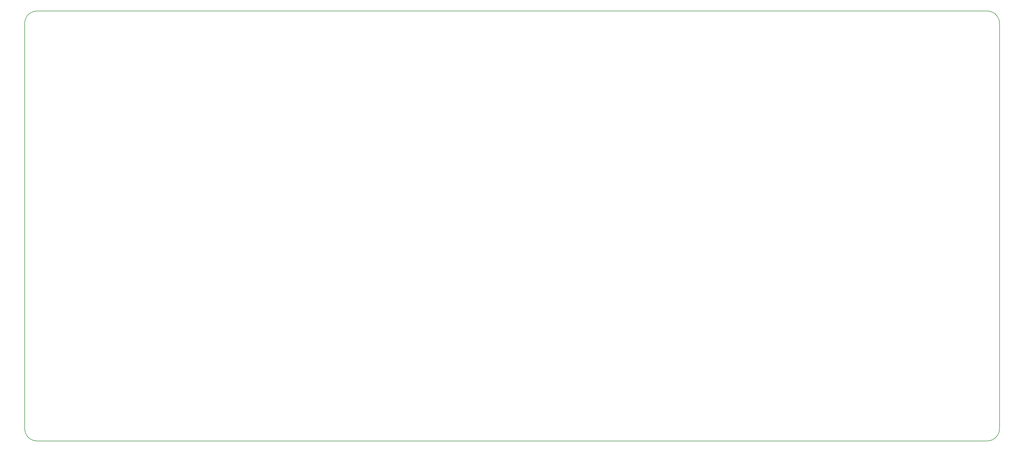
<source format=gbr>
%TF.GenerationSoftware,KiCad,Pcbnew,(5.1.7)-1*%
%TF.CreationDate,2021-02-21T21:24:22+01:00*%
%TF.ProjectId,kbic65-bottom,6b626963-3635-42d6-926f-74746f6d2e6b,rev?*%
%TF.SameCoordinates,Original*%
%TF.FileFunction,Profile,NP*%
%FSLAX46Y46*%
G04 Gerber Fmt 4.6, Leading zero omitted, Abs format (unit mm)*
G04 Created by KiCad (PCBNEW (5.1.7)-1) date 2021-02-21 21:24:22*
%MOMM*%
%LPD*%
G01*
G04 APERTURE LIST*
%TA.AperFunction,Profile*%
%ADD10C,0.200000*%
%TD*%
G04 APERTURE END LIST*
D10*
X324643750Y150812494D02*
X18256250Y150812494D01*
X328612500Y15874995D02*
X328612500Y146843744D01*
X328612500Y146843744D02*
X328607335Y147047975D01*
X328607335Y147047975D02*
X328592009Y147249525D01*
X328592009Y147249525D02*
X328566771Y147448145D01*
X328566771Y147448145D02*
X328487553Y147835596D01*
X328487553Y147835596D02*
X328371678Y148208332D01*
X328371678Y148208332D02*
X328221139Y148564360D01*
X328221139Y148564360D02*
X328037932Y148901684D01*
X328037932Y148901684D02*
X327824052Y149218309D01*
X327824052Y149218309D02*
X327581493Y149512241D01*
X327581493Y149512241D02*
X327312251Y149781484D01*
X327312251Y149781484D02*
X327018319Y150024043D01*
X327018319Y150024043D02*
X326701694Y150237924D01*
X326701694Y150237924D02*
X326364370Y150421131D01*
X326364370Y150421131D02*
X326008342Y150571671D01*
X326008342Y150571671D02*
X325635605Y150687547D01*
X325635605Y150687547D02*
X325248153Y150766765D01*
X325248153Y150766765D02*
X325049532Y150792003D01*
X325049532Y150792003D02*
X324847982Y150807329D01*
X324847982Y150807329D02*
X324643750Y150812494D01*
X18256250Y11906245D02*
X324643750Y11906245D01*
X324643750Y11906245D02*
X324847982Y11911409D01*
X324847982Y11911409D02*
X325049532Y11926735D01*
X325049532Y11926735D02*
X325248153Y11951973D01*
X325248153Y11951973D02*
X325635605Y12031191D01*
X325635605Y12031191D02*
X326008342Y12147067D01*
X326008342Y12147067D02*
X326364370Y12297606D01*
X326364370Y12297606D02*
X326701694Y12480814D01*
X326701694Y12480814D02*
X327018319Y12694695D01*
X327018319Y12694695D02*
X327312251Y12937254D01*
X327312251Y12937254D02*
X327581493Y13206497D01*
X327581493Y13206497D02*
X327824052Y13500428D01*
X327824052Y13500428D02*
X328037932Y13817053D01*
X328037932Y13817053D02*
X328221139Y14154377D01*
X328221139Y14154377D02*
X328371678Y14510405D01*
X328371678Y14510405D02*
X328487553Y14883142D01*
X328487553Y14883142D02*
X328566771Y15270593D01*
X328566771Y15270593D02*
X328592009Y15469213D01*
X328592009Y15469213D02*
X328607335Y15670763D01*
X328607335Y15670763D02*
X328612500Y15874995D01*
X14287500Y146843744D02*
X14287500Y15874995D01*
X14287500Y15874995D02*
X14292664Y15670763D01*
X14292664Y15670763D02*
X14307990Y15469213D01*
X14307990Y15469213D02*
X14333228Y15270593D01*
X14333228Y15270593D02*
X14412446Y14883142D01*
X14412446Y14883142D02*
X14528321Y14510405D01*
X14528321Y14510405D02*
X14678860Y14154377D01*
X14678860Y14154377D02*
X14862067Y13817053D01*
X14862067Y13817053D02*
X15075947Y13500428D01*
X15075947Y13500428D02*
X15318506Y13206497D01*
X15318506Y13206497D02*
X15587748Y12937254D01*
X15587748Y12937254D02*
X15881680Y12694695D01*
X15881680Y12694695D02*
X16198305Y12480814D01*
X16198305Y12480814D02*
X16535629Y12297606D01*
X16535629Y12297606D02*
X16891657Y12147067D01*
X16891657Y12147067D02*
X17264394Y12031191D01*
X17264394Y12031191D02*
X17651846Y11951973D01*
X17651846Y11951973D02*
X17850467Y11926735D01*
X17850467Y11926735D02*
X18052017Y11911409D01*
X18052017Y11911409D02*
X18256250Y11906245D01*
X18256250Y150812494D02*
X18052017Y150807329D01*
X18052017Y150807329D02*
X17850467Y150792003D01*
X17850467Y150792003D02*
X17651846Y150766765D01*
X17651846Y150766765D02*
X17264394Y150687547D01*
X17264394Y150687547D02*
X16891657Y150571671D01*
X16891657Y150571671D02*
X16535629Y150421131D01*
X16535629Y150421131D02*
X16198305Y150237924D01*
X16198305Y150237924D02*
X15881680Y150024043D01*
X15881680Y150024043D02*
X15587748Y149781484D01*
X15587748Y149781484D02*
X15318506Y149512241D01*
X15318506Y149512241D02*
X15075947Y149218309D01*
X15075947Y149218309D02*
X14862067Y148901684D01*
X14862067Y148901684D02*
X14678860Y148564360D01*
X14678860Y148564360D02*
X14528321Y148208332D01*
X14528321Y148208332D02*
X14412446Y147835596D01*
X14412446Y147835596D02*
X14333228Y147448145D01*
X14333228Y147448145D02*
X14307990Y147249525D01*
X14307990Y147249525D02*
X14292664Y147047975D01*
X14292664Y147047975D02*
X14287500Y146843744D01*
M02*

</source>
